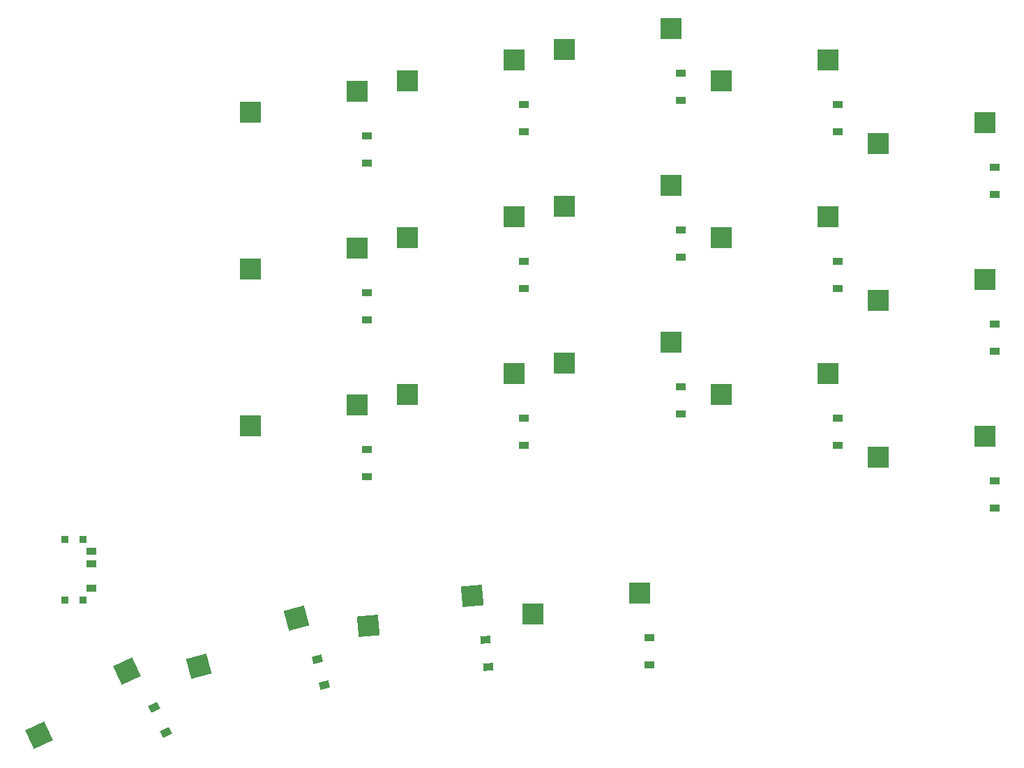
<source format=gbr>
%TF.GenerationSoftware,KiCad,Pcbnew,9.0.6*%
%TF.CreationDate,2026-01-03T00:52:40-08:00*%
%TF.ProjectId,pcb_right,7063625f-7269-4676-9874-2e6b69636164,4.2.1*%
%TF.SameCoordinates,Original*%
%TF.FileFunction,Paste,Bot*%
%TF.FilePolarity,Positive*%
%FSLAX46Y46*%
G04 Gerber Fmt 4.6, Leading zero omitted, Abs format (unit mm)*
G04 Created by KiCad (PCBNEW 9.0.6) date 2026-01-03 00:52:40*
%MOMM*%
%LPD*%
G01*
G04 APERTURE LIST*
G04 Aperture macros list*
%AMRotRect*
0 Rectangle, with rotation*
0 The origin of the aperture is its center*
0 $1 length*
0 $2 width*
0 $3 Rotation angle, in degrees counterclockwise*
0 Add horizontal line*
21,1,$1,$2,0,0,$3*%
G04 Aperture macros list end*
%ADD10R,0.900000X0.900000*%
%ADD11R,1.250000X0.900000*%
%ADD12R,2.550000X2.500000*%
%ADD13R,1.200000X0.900000*%
%ADD14RotRect,0.900000X1.200000X105.000000*%
%ADD15RotRect,2.550000X2.500000X5.000000*%
%ADD16RotRect,2.550000X2.500000X25.000000*%
%ADD17RotRect,0.900000X1.200000X95.000000*%
%ADD18RotRect,2.550000X2.500000X15.000000*%
%ADD19RotRect,0.900000X1.200000X115.000000*%
G04 APERTURE END LIST*
D10*
%TO.C,T1*%
X226600000Y-164890000D03*
X228800000Y-164890000D03*
X226600000Y-157490000D03*
X228800000Y-157490000D03*
D11*
X229775000Y-163440000D03*
X229775000Y-160440000D03*
X229775000Y-158940000D03*
%TD*%
D12*
%TO.C,S15*%
X249115000Y-105550000D03*
X262042000Y-103010000D03*
%TD*%
D13*
%TO.C,D5*%
X320350000Y-126980000D03*
X320350000Y-123680000D03*
%TD*%
%TO.C,D2*%
X339400000Y-134600000D03*
X339400000Y-131300000D03*
%TD*%
%TO.C,D9*%
X301300000Y-104120000D03*
X301300000Y-100820000D03*
%TD*%
D12*
%TO.C,S11*%
X268165000Y-120790000D03*
X281092000Y-118250000D03*
%TD*%
%TO.C,S16*%
X283405000Y-166510000D03*
X296332000Y-163970000D03*
%TD*%
D13*
%TO.C,D14*%
X263200000Y-130790000D03*
X263200000Y-127490000D03*
%TD*%
D12*
%TO.C,S2*%
X325315000Y-128410000D03*
X338242000Y-125870000D03*
%TD*%
%TO.C,S1*%
X325315000Y-147460000D03*
X338242000Y-144920000D03*
%TD*%
%TO.C,S3*%
X325315000Y-109360000D03*
X338242000Y-106820000D03*
%TD*%
D13*
%TO.C,D3*%
X339400000Y-115550000D03*
X339400000Y-112250000D03*
%TD*%
D12*
%TO.C,S6*%
X306265000Y-101740000D03*
X319192000Y-99200000D03*
%TD*%
D14*
%TO.C,D18*%
X258027965Y-175214021D03*
X257173865Y-172026465D03*
%TD*%
D13*
%TO.C,D15*%
X263200000Y-111740000D03*
X263200000Y-108440000D03*
%TD*%
D12*
%TO.C,S7*%
X287215000Y-136030000D03*
X300142000Y-133490000D03*
%TD*%
%TO.C,S10*%
X268165000Y-139840000D03*
X281092000Y-137300000D03*
%TD*%
D13*
%TO.C,D11*%
X282250000Y-126980000D03*
X282250000Y-123680000D03*
%TD*%
%TO.C,D4*%
X320350000Y-146030000D03*
X320350000Y-142730000D03*
%TD*%
%TO.C,D16*%
X297490000Y-172700000D03*
X297490000Y-169400000D03*
%TD*%
D15*
%TO.C,S17*%
X263366672Y-168003568D03*
X276023105Y-164346571D03*
%TD*%
D13*
%TO.C,D8*%
X301300000Y-123170000D03*
X301300000Y-119870000D03*
%TD*%
%TO.C,D1*%
X339400000Y-153650000D03*
X339400000Y-150350000D03*
%TD*%
%TO.C,D10*%
X282250000Y-146030000D03*
X282250000Y-142730000D03*
%TD*%
D16*
%TO.C,S19*%
X223433942Y-181250906D03*
X234076332Y-173485698D03*
%TD*%
D12*
%TO.C,S13*%
X249115000Y-143650000D03*
X262042000Y-141110000D03*
%TD*%
%TO.C,S9*%
X287215000Y-97930000D03*
X300142000Y-95390000D03*
%TD*%
%TO.C,S5*%
X306265000Y-120790000D03*
X319192000Y-118250000D03*
%TD*%
%TO.C,S14*%
X249115000Y-124600000D03*
X262042000Y-122060000D03*
%TD*%
%TO.C,S12*%
X268165000Y-101740000D03*
X281092000Y-99200000D03*
%TD*%
D13*
%TO.C,D13*%
X263200000Y-149840000D03*
X263200000Y-146540000D03*
%TD*%
D17*
%TO.C,D17*%
X277937568Y-172942424D03*
X277649954Y-169654982D03*
%TD*%
D13*
%TO.C,D6*%
X320350000Y-107930000D03*
X320350000Y-104630000D03*
%TD*%
D12*
%TO.C,S8*%
X287215000Y-116980000D03*
X300142000Y-114440000D03*
%TD*%
D18*
%TO.C,S18*%
X242820811Y-172880406D03*
X254649934Y-167081201D03*
%TD*%
D13*
%TO.C,D7*%
X301300000Y-142220000D03*
X301300000Y-138920000D03*
%TD*%
%TO.C,D12*%
X282250000Y-107930000D03*
X282250000Y-104630000D03*
%TD*%
D19*
%TO.C,D19*%
X238815294Y-180908373D03*
X237420654Y-177917557D03*
%TD*%
D12*
%TO.C,S4*%
X306265000Y-139840000D03*
X319192000Y-137300000D03*
%TD*%
M02*

</source>
